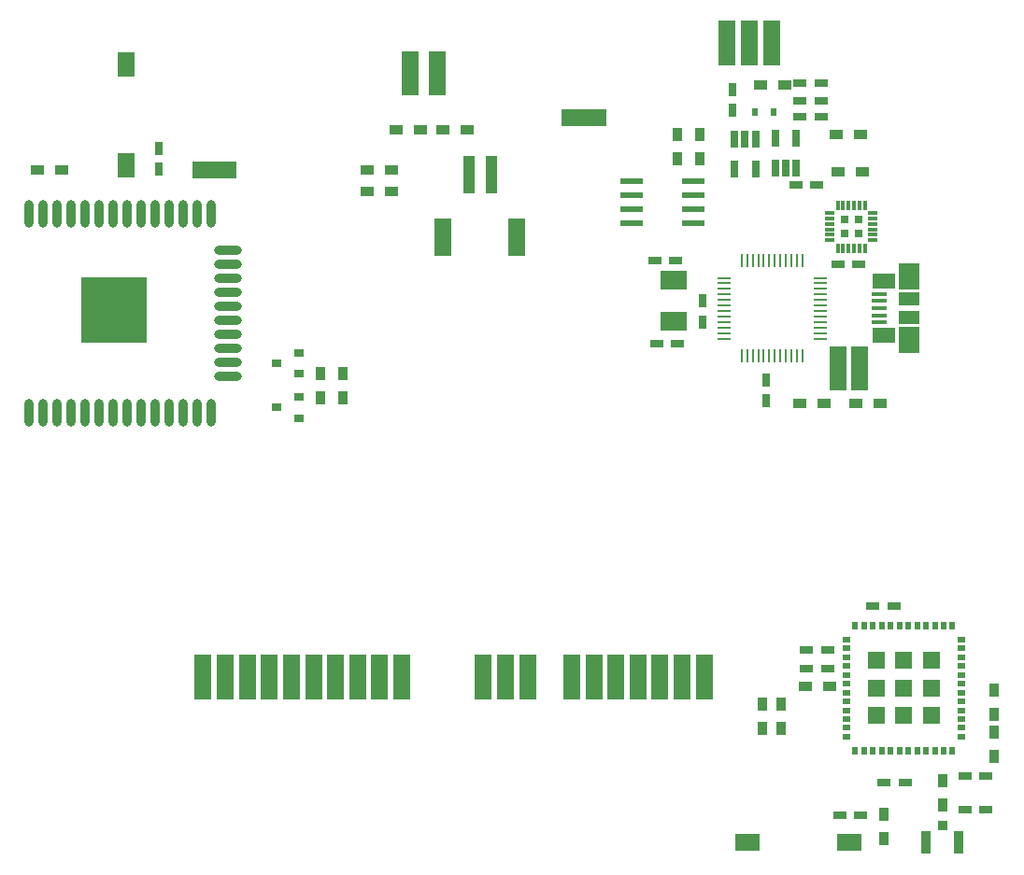
<source format=gbr>
G04 #@! TF.FileFunction,Paste,Bot*
%FSLAX46Y46*%
G04 Gerber Fmt 4.6, Leading zero omitted, Abs format (unit mm)*
G04 Created by KiCad (PCBNEW 4.0.6) date 10/16/17 12:02:40*
%MOMM*%
%LPD*%
G01*
G04 APERTURE LIST*
%ADD10C,0.100000*%
%ADD11R,1.200000X0.750000*%
%ADD12R,0.750000X1.200000*%
%ADD13R,0.600000X0.800000*%
%ADD14R,1.200000X0.900000*%
%ADD15R,0.500000X0.800000*%
%ADD16R,0.800000X0.500000*%
%ADD17R,1.600000X1.600000*%
%ADD18R,0.650000X1.560000*%
%ADD19R,0.950000X2.100000*%
%ADD20R,0.900000X0.950000*%
%ADD21R,0.900000X1.200000*%
%ADD22R,2.180000X1.600000*%
%ADD23R,1.300000X0.250000*%
%ADD24R,0.250000X1.300000*%
%ADD25O,0.900000X2.500000*%
%ADD26O,2.500000X0.900000*%
%ADD27R,6.000000X6.000000*%
%ADD28R,2.400000X1.700000*%
%ADD29R,0.995680X3.497580*%
%ADD30R,0.998220X3.497580*%
%ADD31R,1.498600X3.398520*%
%ADD32R,1.498600X3.395980*%
%ADD33R,1.998980X0.599440*%
%ADD34R,0.900000X0.800000*%
%ADD35R,1.600000X2.180000*%
%ADD36R,0.300000X0.850000*%
%ADD37R,0.850000X0.300000*%
%ADD38R,0.780000X0.780000*%
%ADD39R,1.380000X0.450000*%
%ADD40R,2.100000X1.475000*%
%ADD41R,1.900000X2.375000*%
%ADD42R,1.900000X1.175000*%
G04 APERTURE END LIST*
D10*
D11*
X173700000Y-127550000D03*
X175600000Y-127550000D03*
X168600000Y-117250000D03*
X166700000Y-117250000D03*
X168600000Y-115550000D03*
X166700000Y-115550000D03*
X174600000Y-111550000D03*
X172700000Y-111550000D03*
X171600000Y-130550000D03*
X169700000Y-130550000D03*
X165700000Y-73350000D03*
X167600000Y-73350000D03*
X166100000Y-64150000D03*
X168000000Y-64150000D03*
X166100000Y-65750000D03*
X168000000Y-65750000D03*
X166100000Y-67150000D03*
X168000000Y-67150000D03*
D12*
X157250000Y-85800000D03*
X157250000Y-83900000D03*
X159950000Y-66600000D03*
X159950000Y-64700000D03*
D11*
X155000000Y-87750000D03*
X153100000Y-87750000D03*
X154800000Y-80250000D03*
X152900000Y-80250000D03*
D13*
X162000000Y-66750000D03*
X163700000Y-66750000D03*
D14*
X171555000Y-68805000D03*
X169355000Y-68805000D03*
D15*
X171100000Y-113350000D03*
X171900000Y-113350000D03*
X172700000Y-113350000D03*
X173500000Y-113350000D03*
X174300000Y-113350000D03*
X175100000Y-113350000D03*
X175900000Y-113350000D03*
X176700000Y-113350000D03*
X177500000Y-113350000D03*
X178300000Y-113350000D03*
X179100000Y-113350000D03*
X179900000Y-113350000D03*
D16*
X180700000Y-114600000D03*
X180700000Y-115400000D03*
X180700000Y-116200000D03*
X180700000Y-117000000D03*
X180700000Y-117800000D03*
X180700000Y-118600000D03*
X180700000Y-119400000D03*
X180700000Y-120200000D03*
X180700000Y-121000000D03*
X180700000Y-121800000D03*
X180700000Y-122600000D03*
X180700000Y-123400000D03*
D15*
X179900000Y-124650000D03*
X179100000Y-124650000D03*
X178300000Y-124650000D03*
X177500000Y-124650000D03*
X176700000Y-124650000D03*
X175900000Y-124650000D03*
X175100000Y-124650000D03*
X174300000Y-124650000D03*
X173500000Y-124650000D03*
X172700000Y-124650000D03*
X171900000Y-124650000D03*
X171100000Y-124650000D03*
D16*
X170300000Y-123400000D03*
X170300000Y-122600000D03*
X170300000Y-121800000D03*
X170300000Y-121000000D03*
X170300000Y-120200000D03*
X170300000Y-119400000D03*
X170300000Y-118600000D03*
X170300000Y-117800000D03*
X170300000Y-117000000D03*
X170300000Y-116200000D03*
X170300000Y-115400000D03*
X170300000Y-114600000D03*
D17*
X173000000Y-116500000D03*
X173000000Y-119000000D03*
X173000000Y-121500000D03*
X175500000Y-116500000D03*
X175500000Y-119000000D03*
X175500000Y-121500000D03*
X178000000Y-116500000D03*
X178000000Y-119000000D03*
X178000000Y-121500000D03*
D18*
X160150000Y-69240000D03*
X161100000Y-69240000D03*
X162050000Y-69240000D03*
X162050000Y-71940000D03*
X160150000Y-71940000D03*
D19*
X177525000Y-133000000D03*
X180475000Y-133000000D03*
D20*
X179000000Y-131475000D03*
D21*
X183710000Y-121410000D03*
X183710000Y-119210000D03*
X183710000Y-123020000D03*
X183710000Y-125220000D03*
X173650000Y-132650000D03*
X173650000Y-130450000D03*
D14*
X166550000Y-118850000D03*
X168750000Y-118850000D03*
X164750000Y-64350000D03*
X162550000Y-64350000D03*
D21*
X157000000Y-68800000D03*
X157000000Y-71000000D03*
D14*
X133750000Y-68350000D03*
X135950000Y-68350000D03*
X129450000Y-68350000D03*
X131650000Y-68350000D03*
D22*
X170520000Y-133010000D03*
X161340000Y-133010000D03*
D23*
X159200000Y-87300000D03*
X159200000Y-86800000D03*
X159200000Y-86300000D03*
X159200000Y-85800000D03*
X159200000Y-85300000D03*
X159200000Y-84800000D03*
X159200000Y-84300000D03*
X159200000Y-83800000D03*
X159200000Y-83300000D03*
X159200000Y-82800000D03*
X159200000Y-82300000D03*
X159200000Y-81800000D03*
D24*
X160800000Y-80200000D03*
X161300000Y-80200000D03*
X161800000Y-80200000D03*
X162300000Y-80200000D03*
X162800000Y-80200000D03*
X163300000Y-80200000D03*
X163800000Y-80200000D03*
X164300000Y-80200000D03*
X164800000Y-80200000D03*
X165300000Y-80200000D03*
X165800000Y-80200000D03*
X166300000Y-80200000D03*
D23*
X167900000Y-81800000D03*
X167900000Y-82300000D03*
X167900000Y-82800000D03*
X167900000Y-83300000D03*
X167900000Y-83800000D03*
X167900000Y-84300000D03*
X167900000Y-84800000D03*
X167900000Y-85300000D03*
X167900000Y-85800000D03*
X167900000Y-86300000D03*
X167900000Y-86800000D03*
X167900000Y-87300000D03*
D24*
X166300000Y-88900000D03*
X165800000Y-88900000D03*
X165300000Y-88900000D03*
X164800000Y-88900000D03*
X164300000Y-88900000D03*
X163800000Y-88900000D03*
X163300000Y-88900000D03*
X162800000Y-88900000D03*
X162300000Y-88900000D03*
X161800000Y-88900000D03*
X161300000Y-88900000D03*
X160800000Y-88900000D03*
D25*
X96250000Y-94000000D03*
X97520000Y-94000000D03*
X98790000Y-94000000D03*
X100060000Y-94000000D03*
X101330000Y-94000000D03*
X102600000Y-94000000D03*
X103870000Y-94000000D03*
X105140000Y-94000000D03*
X106410000Y-94000000D03*
X107680000Y-94000000D03*
X108950000Y-94000000D03*
X110220000Y-94000000D03*
X111490000Y-94000000D03*
X112760000Y-94000000D03*
D26*
X114250000Y-90715000D03*
X114250000Y-89445000D03*
X114250000Y-88175000D03*
X114250000Y-86905000D03*
X114250000Y-85635000D03*
X114250000Y-84365000D03*
X114250000Y-83095000D03*
X114250000Y-81825000D03*
X114250000Y-80555000D03*
X114250000Y-79285000D03*
D25*
X112760000Y-76000000D03*
X111490000Y-76000000D03*
X110220000Y-76000000D03*
X108950000Y-76000000D03*
X107680000Y-76000000D03*
X106410000Y-76000000D03*
X105140000Y-76000000D03*
X103870000Y-76000000D03*
X102600000Y-76000000D03*
X101330000Y-76000000D03*
X100060000Y-76000000D03*
X98790000Y-76000000D03*
X97520000Y-76000000D03*
X96250000Y-76000000D03*
D27*
X103950000Y-84700000D03*
D18*
X165730000Y-71870000D03*
X164780000Y-71870000D03*
X163830000Y-71870000D03*
X163830000Y-69170000D03*
X165730000Y-69170000D03*
D28*
X154650000Y-85700000D03*
X154650000Y-82000000D03*
D12*
X108000000Y-71950000D03*
X108000000Y-70050000D03*
X163000000Y-91050000D03*
X163000000Y-92950000D03*
D11*
X169500000Y-80600000D03*
X171400000Y-80600000D03*
D14*
X166065000Y-93170000D03*
X168265000Y-93170000D03*
D29*
X138098480Y-72401980D03*
D30*
X136096960Y-72401980D03*
D31*
X140442900Y-78150000D03*
D32*
X133750000Y-78150000D03*
D33*
X156444000Y-73045000D03*
X156444000Y-74315000D03*
X156444000Y-75585000D03*
X156444000Y-76855000D03*
X150856000Y-76855000D03*
X150856000Y-75585000D03*
X150856000Y-74315000D03*
X150856000Y-73045000D03*
D34*
X120650000Y-92600000D03*
X120650000Y-94500000D03*
X118650000Y-93550000D03*
X120650000Y-88600000D03*
X120650000Y-90500000D03*
X118650000Y-89550000D03*
D14*
X171750000Y-72150000D03*
X169550000Y-72150000D03*
X97000000Y-72000000D03*
X99200000Y-72000000D03*
X171145000Y-93170000D03*
X173345000Y-93170000D03*
D21*
X154950000Y-68800000D03*
X154950000Y-71000000D03*
X122650000Y-92650000D03*
X122650000Y-90450000D03*
X124650000Y-90450000D03*
X124650000Y-92650000D03*
D35*
X105000000Y-71590000D03*
X105000000Y-62410000D03*
D36*
X172000000Y-79100000D03*
X171500000Y-79100000D03*
X171000000Y-79100000D03*
X170500000Y-79100000D03*
X170000000Y-79100000D03*
X169500000Y-79100000D03*
D37*
X168800000Y-78400000D03*
X168800000Y-77900000D03*
X168800000Y-77400000D03*
X168800000Y-76900000D03*
X168800000Y-76400000D03*
X168800000Y-75900000D03*
D36*
X169500000Y-75200000D03*
X170000000Y-75200000D03*
X170500000Y-75200000D03*
X171000000Y-75200000D03*
X171500000Y-75200000D03*
X172000000Y-75200000D03*
D37*
X172700000Y-75900000D03*
X172700000Y-76400000D03*
X172700000Y-76900000D03*
X172700000Y-77400000D03*
X172700000Y-77900000D03*
X172700000Y-78400000D03*
D38*
X170100000Y-76500000D03*
X171400000Y-76500000D03*
X170100000Y-77800000D03*
X171400000Y-77800000D03*
D11*
X181050000Y-130000000D03*
X182950000Y-130000000D03*
X181050000Y-127000000D03*
X182950000Y-127000000D03*
D21*
X179000000Y-129600000D03*
X179000000Y-127400000D03*
D39*
X173290000Y-83250000D03*
X173290000Y-83900000D03*
X173290000Y-84550000D03*
X173290000Y-85200000D03*
X173290000Y-85850000D03*
D40*
X173650000Y-82087500D03*
X173650000Y-87012500D03*
D41*
X175950000Y-81640000D03*
X175950000Y-87460000D03*
D42*
X175950000Y-83710000D03*
X175950000Y-85390000D03*
D21*
X162650000Y-122680000D03*
X162650000Y-120480000D03*
X164350000Y-122680000D03*
X164350000Y-120480000D03*
D10*
G36*
X148500000Y-66488000D02*
X148500000Y-68012000D01*
X144500000Y-68012000D01*
X144500000Y-66488000D01*
X148500000Y-66488000D01*
X148500000Y-66488000D01*
G37*
G36*
X160262000Y-62500000D02*
X158738000Y-62500000D01*
X158738000Y-58500000D01*
X160262000Y-58500000D01*
X160262000Y-62500000D01*
X160262000Y-62500000D01*
G37*
G36*
X168738000Y-88000000D02*
X170262000Y-88000000D01*
X170262000Y-92000000D01*
X168738000Y-92000000D01*
X168738000Y-88000000D01*
X168738000Y-88000000D01*
G37*
G36*
X130762000Y-120000000D02*
X129238000Y-120000000D01*
X129238000Y-116000000D01*
X130762000Y-116000000D01*
X130762000Y-120000000D01*
X130762000Y-120000000D01*
G37*
G36*
X128762000Y-120000000D02*
X127238000Y-120000000D01*
X127238000Y-116000000D01*
X128762000Y-116000000D01*
X128762000Y-120000000D01*
X128762000Y-120000000D01*
G37*
G36*
X126762000Y-120000000D02*
X125238000Y-120000000D01*
X125238000Y-116000000D01*
X126762000Y-116000000D01*
X126762000Y-120000000D01*
X126762000Y-120000000D01*
G37*
G36*
X124762000Y-120000000D02*
X123238000Y-120000000D01*
X123238000Y-116000000D01*
X124762000Y-116000000D01*
X124762000Y-120000000D01*
X124762000Y-120000000D01*
G37*
G36*
X122762000Y-120000000D02*
X121238000Y-120000000D01*
X121238000Y-116000000D01*
X122762000Y-116000000D01*
X122762000Y-120000000D01*
X122762000Y-120000000D01*
G37*
G36*
X120762000Y-120000000D02*
X119238000Y-120000000D01*
X119238000Y-116000000D01*
X120762000Y-116000000D01*
X120762000Y-120000000D01*
X120762000Y-120000000D01*
G37*
G36*
X118762000Y-120000000D02*
X117238000Y-120000000D01*
X117238000Y-116000000D01*
X118762000Y-116000000D01*
X118762000Y-120000000D01*
X118762000Y-120000000D01*
G37*
G36*
X134012000Y-65250000D02*
X132488000Y-65250000D01*
X132488000Y-61250000D01*
X134012000Y-61250000D01*
X134012000Y-65250000D01*
X134012000Y-65250000D01*
G37*
G36*
X131512000Y-65250000D02*
X129988000Y-65250000D01*
X129988000Y-61250000D01*
X131512000Y-61250000D01*
X131512000Y-65250000D01*
X131512000Y-65250000D01*
G37*
G36*
X111000000Y-72762000D02*
X111000000Y-71238000D01*
X115000000Y-71238000D01*
X115000000Y-72762000D01*
X111000000Y-72762000D01*
X111000000Y-72762000D01*
G37*
G36*
X164262000Y-62500000D02*
X162738000Y-62500000D01*
X162738000Y-58500000D01*
X164262000Y-58500000D01*
X164262000Y-62500000D01*
X164262000Y-62500000D01*
G37*
G36*
X158162000Y-120000000D02*
X156638000Y-120000000D01*
X156638000Y-116000000D01*
X158162000Y-116000000D01*
X158162000Y-120000000D01*
X158162000Y-120000000D01*
G37*
G36*
X162262000Y-62500000D02*
X160738000Y-62500000D01*
X160738000Y-58500000D01*
X162262000Y-58500000D01*
X162262000Y-62500000D01*
X162262000Y-62500000D01*
G37*
G36*
X146162000Y-120000000D02*
X144638000Y-120000000D01*
X144638000Y-116000000D01*
X146162000Y-116000000D01*
X146162000Y-120000000D01*
X146162000Y-120000000D01*
G37*
G36*
X148162000Y-120000000D02*
X146638000Y-120000000D01*
X146638000Y-116000000D01*
X148162000Y-116000000D01*
X148162000Y-120000000D01*
X148162000Y-120000000D01*
G37*
G36*
X152162000Y-120000000D02*
X150638000Y-120000000D01*
X150638000Y-116000000D01*
X152162000Y-116000000D01*
X152162000Y-120000000D01*
X152162000Y-120000000D01*
G37*
G36*
X150162000Y-120000000D02*
X148638000Y-120000000D01*
X148638000Y-116000000D01*
X150162000Y-116000000D01*
X150162000Y-120000000D01*
X150162000Y-120000000D01*
G37*
G36*
X154162000Y-120000000D02*
X152638000Y-120000000D01*
X152638000Y-116000000D01*
X154162000Y-116000000D01*
X154162000Y-120000000D01*
X154162000Y-120000000D01*
G37*
G36*
X156162000Y-120000000D02*
X154638000Y-120000000D01*
X154638000Y-116000000D01*
X156162000Y-116000000D01*
X156162000Y-120000000D01*
X156162000Y-120000000D01*
G37*
G36*
X138162000Y-120000000D02*
X136638000Y-120000000D01*
X136638000Y-116000000D01*
X138162000Y-116000000D01*
X138162000Y-120000000D01*
X138162000Y-120000000D01*
G37*
G36*
X142162000Y-120000000D02*
X140638000Y-120000000D01*
X140638000Y-116000000D01*
X142162000Y-116000000D01*
X142162000Y-120000000D01*
X142162000Y-120000000D01*
G37*
G36*
X140162000Y-120000000D02*
X138638000Y-120000000D01*
X138638000Y-116000000D01*
X140162000Y-116000000D01*
X140162000Y-120000000D01*
X140162000Y-120000000D01*
G37*
G36*
X114762000Y-120000000D02*
X113238000Y-120000000D01*
X113238000Y-116000000D01*
X114762000Y-116000000D01*
X114762000Y-120000000D01*
X114762000Y-120000000D01*
G37*
G36*
X116762000Y-120000000D02*
X115238000Y-120000000D01*
X115238000Y-116000000D01*
X116762000Y-116000000D01*
X116762000Y-120000000D01*
X116762000Y-120000000D01*
G37*
G36*
X112762000Y-120000000D02*
X111238000Y-120000000D01*
X111238000Y-116000000D01*
X112762000Y-116000000D01*
X112762000Y-120000000D01*
X112762000Y-120000000D01*
G37*
G36*
X170738000Y-88000000D02*
X172262000Y-88000000D01*
X172262000Y-92000000D01*
X170738000Y-92000000D01*
X170738000Y-88000000D01*
X170738000Y-88000000D01*
G37*
D14*
X126900000Y-74000000D03*
X129100000Y-74000000D03*
X126900000Y-72000000D03*
X129100000Y-72000000D03*
M02*

</source>
